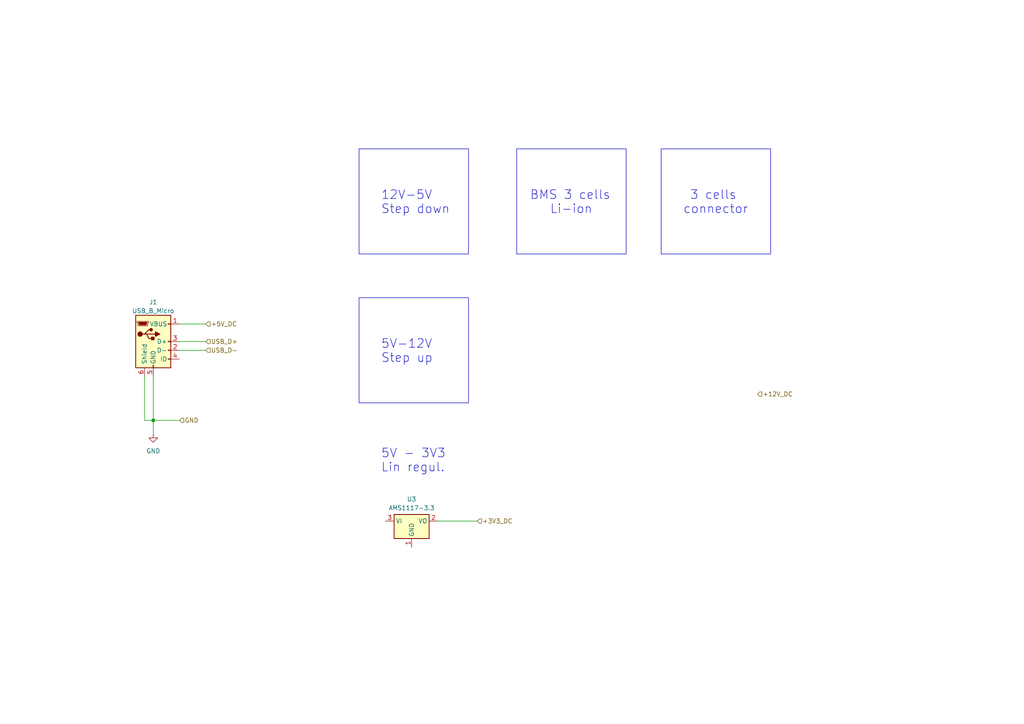
<source format=kicad_sch>
(kicad_sch (version 20230121) (generator eeschema)
  (paper "A4")
  (lib_symbols
    (symbol "Connector:USB_B_Micro" (pin_names (offset 1.016))
      (property "Reference" "J" (at -5.08 11.43 0))
      (property "Value" "USB_B_Micro" (at -5.08 8.89 0))
      (symbol "USB_B_Micro_0_1"
        (rectangle (start -5.08 -7.62) (end 5.08 7.62) (stroke (width 0.254)) (fill (type background)))
        (circle (center -3.81 2.159) (radius 0.635) (stroke (width 0.254)) (fill (type outline)))
        (circle (center -0.635 3.429) (radius 0.381) (stroke (width 0.254)) (fill (type outline)))
        (rectangle (start -0.127 -7.62) (end 0.127 -6.858))
        (polyline (pts (xy -1.905 2.159) (xy 0.635 2.159)) (stroke (width 0.254)))
        (polyline (pts (xy -3.175 2.159) (xy -2.54 2.159) (xy -1.27 3.429) (xy -0.635 3.429)) (stroke (width 0.254)))
        (polyline (pts (xy -2.54 2.159) (xy -1.905 2.159) (xy -1.27 0.889) (xy 0 0.889)) (stroke (width 0.254)))
        (polyline (pts (xy 0.635 2.794) (xy 0.635 1.524) (xy 1.905 2.159) (xy 0.635 2.794)) (stroke (width 0.254)) (fill (type outline)))
        (polyline (pts (xy -4.318 5.588) (xy -1.778 5.588) (xy -2.032 4.826) (xy -4.064 4.826) (xy -4.318 5.588)) (fill (type outline)))
        (polyline (pts (xy -4.699 5.842) (xy -4.699 5.588) (xy -4.445 4.826) (xy -4.445 4.572) (xy -1.651 4.572) (xy -1.651 4.826) (xy -1.397 5.588) (xy -1.397 5.842) (xy -4.699 5.842)))
        (rectangle (start 0.254 1.27) (end -0.508 0.508) (stroke (width 0.254)) (fill (type outline)))
        (rectangle (start 5.08 -5.207) (end 4.318 -4.953))
        (rectangle (start 5.08 -2.667) (end 4.318 -2.413))
        (rectangle (start 5.08 -0.127) (end 4.318 0.127))
        (rectangle (start 5.08 4.953) (end 4.318 5.207))
      )
      (symbol "USB_B_Micro_1_1"
        (pin power_out line (at 7.62 5.08 180) (length 2.54) (name "VBUS") (number "1"))
        (pin bidirectional line (at 7.62 -2.54 180) (length 2.54) (name "D-") (number "2"))
        (pin bidirectional line (at 7.62 0 180) (length 2.54) (name "D+") (number "3"))
        (pin passive line (at 7.62 -5.08 180) (length 2.54) (name "ID") (number "4"))
        (pin power_out line (at 0 -10.16 90) (length 2.54) (name "GND") (number "5"))
        (pin passive line (at -2.54 -10.16 90) (length 2.54) (name "Shield") (number "6"))
      )
    )
    (symbol "Regulator_Linear:AMS1117-3.3"
      (property "Reference" "U" (at -3.81 3.175 0))
      (property "Value" "AMS1117-3.3" (at 0 3.175 0))
      (symbol "AMS1117-3.3_0_1"
        (rectangle (start -5.08 -5.08) (end 5.08 1.905) (stroke (width 0.254)) (fill (type background)))
      )
      (symbol "AMS1117-3.3_1_1"
        (pin power_in line (at 0 -7.62 90) (length 2.54) (name "GND") (number "1"))
        (pin power_out line (at 7.62 0 180) (length 2.54) (name "VO") (number "2"))
        (pin power_in line (at -7.62 0 0) (length 2.54) (name "VI") (number "3"))
      )
    )
    (symbol "power:GND" (power) (pin_names (offset 0))
      (property "Value" "GND" (at 0 -3.81 0))
      (symbol "GND_0_1"
        (polyline (pts (xy 0 0) (xy 0 -1.27) (xy 1.27 -1.27) (xy 0 -2.54) (xy -1.27 -1.27) (xy 0 -1.27)))
      )
      (symbol "GND_1_1"
        (pin power_in line (at 0 0 270) (length 0) hide (name "GND") (number "1"))
      )
    )
  )
  (junction (at 44.45 121.92))
  (wire (pts (xy 41.91 121.92) (xy 44.45 121.92)))
  (wire (pts (xy 44.45 121.92) (xy 44.45 125.73)))
  (wire (pts (xy 41.91 109.22) (xy 41.91 121.92)))
  (wire (pts (xy 52.07 99.06) (xy 59.69 99.06)))
  (wire (pts (xy 52.07 101.6) (xy 59.69 101.6)))
  (wire (pts (xy 52.07 93.98) (xy 59.69 93.98)))
  (wire (pts (xy 44.45 121.92) (xy 52.07 121.92)))
  (wire (pts (xy 44.45 109.22) (xy 44.45 121.92)))
  (wire (pts (xy 127 151.13) (xy 138.43 151.13)))
  (rectangle (start 191.77 43.18) (end 223.52 73.66))
  (rectangle (start 104.14 86.36) (end 135.89 116.84))
  (rectangle (start 149.86 43.18) (end 181.61 73.66))
  (rectangle (start 104.14 43.18) (end 135.89 73.66))
  (text "12V-5V\nStep down" (at 110.49 62.23 0) (effects (font (size 2.54 2.54)) (justify left bottom)))
  (text "5V - 3V3\nLin regul." (at 110.49 137.16 0) (effects (font (size 2.54 2.54)) (justify left bottom)))
  (text "BMS 3 cells\n   Li-ion" (at 153.67 62.23 0) (effects (font (size 2.54 2.54)) (justify left bottom)))
  (text " 3 cells\nconnector\n" (at 198.12 62.23 0) (effects (font (size 2.54 2.54)) (justify left bottom)))
  (text "5V-12V\nStep up" (at 110.49 105.41 0) (effects (font (size 2.54 2.54)) (justify left bottom)))
  (hierarchical_label "+3V3_DC" (shape input) (at 138.43 151.13 0))
  (hierarchical_label "USB_D+" (shape input) (at 59.69 99.06 0))
  (hierarchical_label "+12V_DC" (shape input) (at 219.71 114.3 0))
  (hierarchical_label "GND" (shape input) (at 52.07 121.92 0))
  (hierarchical_label "USB_D-" (shape input) (at 59.69 101.6 0))
  (hierarchical_label "+5V_DC" (shape input) (at 59.69 93.98 0))
  (symbol (lib_id "Regulator_Linear:AMS1117-3.3") (at 119.38 151.13 0) (unit 1)
    (property "Reference" "U3" (at 119.38 144.78 0))
    (property "Value" "AMS1117-3.3" (at 119.38 147.32 0))
    (property "Footprint" "Package_TO_SOT_SMD:SOT-223-3_TabPin2" (effects hide))
    (property "Datasheet" "http://www.advanced-monolithic.com/pdf/ds1117.pdf" (effects hide))
  )
  (symbol (lib_id "power:GND") (at 44.45 125.73 0) (unit 1)
    (property "Reference" "#PWR01" (effects hide))
    (property "Value" "GND" (at 44.45 130.81 0))
  )
  (symbol (lib_id "Connector:USB_B_Micro") (at 44.45 99.06 0) (unit 1)
    (property "Reference" "J1" (at 44.45 87.63 0))
    (property "Value" "USB_B_Micro" (at 44.45 90.17 0))
  )
)
</source>
